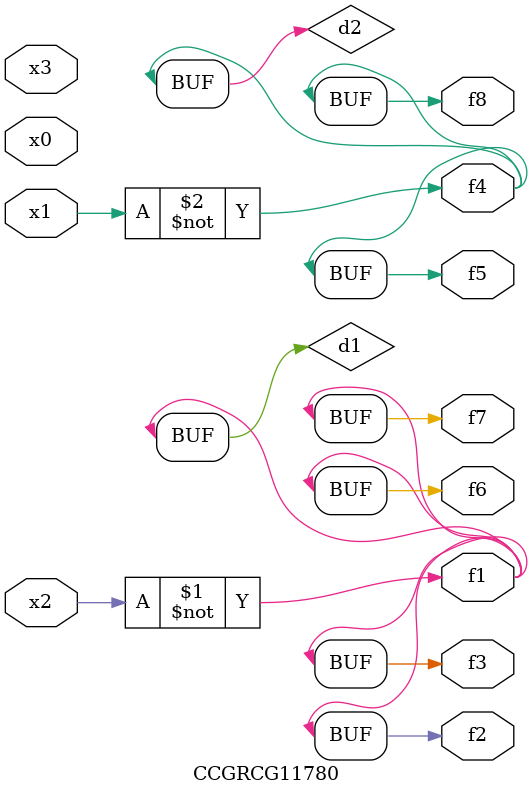
<source format=v>
module CCGRCG11780(
	input x0, x1, x2, x3,
	output f1, f2, f3, f4, f5, f6, f7, f8
);

	wire d1, d2;

	xnor (d1, x2);
	not (d2, x1);
	assign f1 = d1;
	assign f2 = d1;
	assign f3 = d1;
	assign f4 = d2;
	assign f5 = d2;
	assign f6 = d1;
	assign f7 = d1;
	assign f8 = d2;
endmodule

</source>
